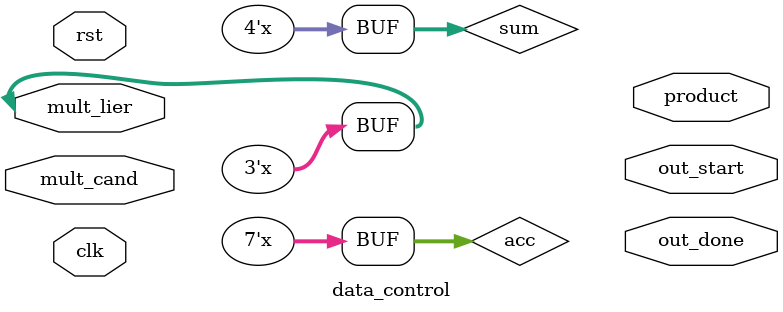
<source format=v>
`timescale 1ns / 1ps


module data_control(
    input [2:0] mult_cand,
    input [2:0] mult_lier,
    input clk,
    input rst,
    output out_start,
    output out_done,
    output [6:0] product
    );
    
    reg [6:0] acc = 0;
    reg [3:0] sum; 
    reg [2:0] mul_reg, adder, shifter;
    reg start_signal;
    
    wire load_signal;
    wire add_signal;
    wire shift_signal;
    wire done_signal; 
    wire count_out;
    
    control_unit control(
    .lsb(acc[0]),.reset(rst), .start_sig(start_signal), .cnt_done(count_out), .clk(clk), 
    .load(load_signal), .shift(shift_signal), .add(add_signal), .done(done_signal)
    );
    
    counter count(clk, count_out);
    
    initial begin
        start_signal = 1;
    end
    
    always @(count_out)begin
        if(count_out) begin
            start_signal  = 0;
            #200 start_signal = 1;
        end
    end
    
    always @(shift_signal) begin
        acc = acc >> 1;
    end
    
    always @(load_signal) begin
        acc <= {4'b0000,mult_lier};        
    end
    
    always @(add_signal) begin
        sum <= {acc[6],acc[5],acc[4], acc[3]} + mult_cand;
        acc <= {sum, mult_lier};
    end
    
    always @(done_signal) begin
        $display("Done");
    end
endmodule

</source>
